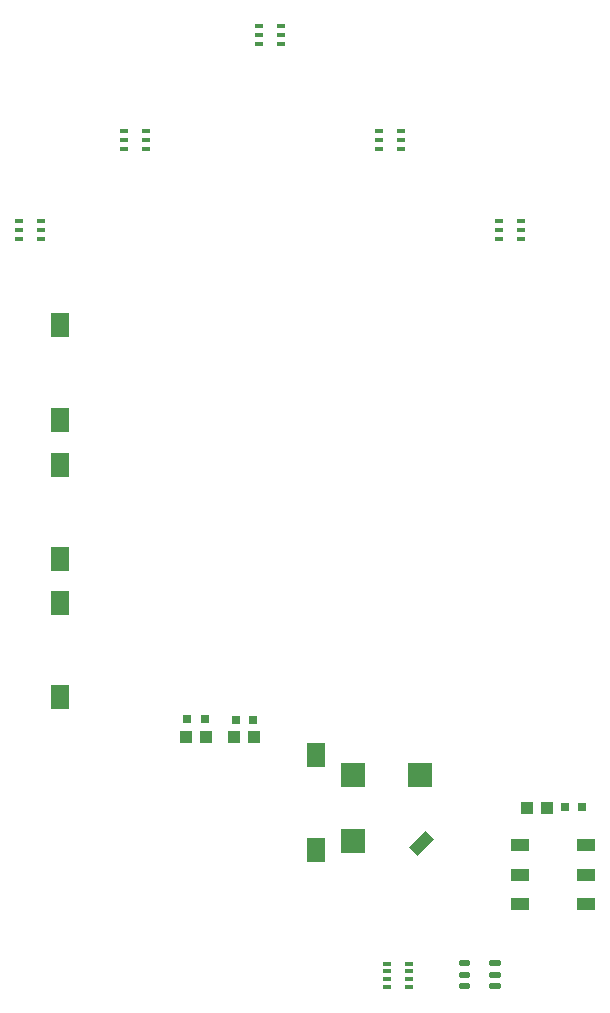
<source format=gbr>
G04 EAGLE Gerber RS-274X export*
G75*
%MOMM*%
%FSLAX34Y34*%
%LPD*%
%INSolderpaste Top*%
%IPPOS*%
%AMOC8*
5,1,8,0,0,1.08239X$1,22.5*%
G01*
%ADD10R,0.800000X0.800000*%
%ADD11R,1.075000X1.000000*%
%ADD12R,1.500000X2.000000*%
%ADD13R,2.000000X2.000000*%
%ADD14R,2.000000X1.000000*%
%ADD15R,0.700000X0.350000*%
%ADD16R,0.725000X0.350000*%
%ADD17R,1.500000X1.000000*%
%ADD18C,0.250000*%


D10*
X544075Y172339D03*
X529075Y172339D03*
X265310Y245237D03*
X250310Y245237D03*
D11*
X513960Y171069D03*
X496960Y171069D03*
X249310Y231013D03*
X266310Y231013D03*
D12*
X101600Y579750D03*
X101600Y499750D03*
X101600Y461640D03*
X101600Y381640D03*
X101600Y344800D03*
X101600Y264800D03*
X318263Y215668D03*
X318263Y135668D03*
D13*
X350091Y143416D03*
X350091Y199416D03*
X406091Y199416D03*
D14*
G36*
X397485Y137881D02*
X411626Y152022D01*
X418697Y144951D01*
X404556Y130810D01*
X397485Y137881D01*
G37*
D15*
X66700Y667900D03*
X66700Y660400D03*
X66700Y652900D03*
X85700Y652900D03*
X85700Y660400D03*
X85700Y667900D03*
X155600Y744100D03*
X155600Y736600D03*
X155600Y729100D03*
X174600Y729100D03*
X174600Y736600D03*
X174600Y744100D03*
X269900Y833000D03*
X269900Y825500D03*
X269900Y818000D03*
X288900Y818000D03*
X288900Y825500D03*
X288900Y833000D03*
X371500Y744100D03*
X371500Y736600D03*
X371500Y729100D03*
X390500Y729100D03*
X390500Y736600D03*
X390500Y744100D03*
X473100Y667900D03*
X473100Y660400D03*
X473100Y652900D03*
X492100Y652900D03*
X492100Y660400D03*
X492100Y667900D03*
D16*
X397108Y39214D03*
X397108Y32714D03*
X397108Y26214D03*
X397108Y19714D03*
X378608Y19714D03*
X378608Y26214D03*
X378608Y32714D03*
X378608Y39214D03*
D10*
X209289Y246380D03*
X224289Y246380D03*
D17*
X547430Y139450D03*
X547430Y114450D03*
X547430Y89450D03*
X491430Y89450D03*
X491430Y114450D03*
X491430Y139450D03*
D11*
X208670Y231140D03*
X225670Y231140D03*
D18*
X466065Y21730D02*
X473065Y21730D01*
X473065Y19230D01*
X466065Y19230D01*
X466065Y21730D01*
X466065Y21605D02*
X473065Y21605D01*
X473065Y31730D02*
X466065Y31730D01*
X473065Y31730D02*
X473065Y29230D01*
X466065Y29230D01*
X466065Y31730D01*
X466065Y31605D02*
X473065Y31605D01*
X473065Y41730D02*
X466065Y41730D01*
X473065Y41730D02*
X473065Y39230D01*
X466065Y39230D01*
X466065Y41730D01*
X466065Y41605D02*
X473065Y41605D01*
X447065Y41730D02*
X440065Y41730D01*
X447065Y41730D02*
X447065Y39230D01*
X440065Y39230D01*
X440065Y41730D01*
X440065Y41605D02*
X447065Y41605D01*
X447065Y31730D02*
X440065Y31730D01*
X447065Y31730D02*
X447065Y29230D01*
X440065Y29230D01*
X440065Y31730D01*
X440065Y31605D02*
X447065Y31605D01*
X447065Y21730D02*
X440065Y21730D01*
X447065Y21730D02*
X447065Y19230D01*
X440065Y19230D01*
X440065Y21730D01*
X440065Y21605D02*
X447065Y21605D01*
M02*

</source>
